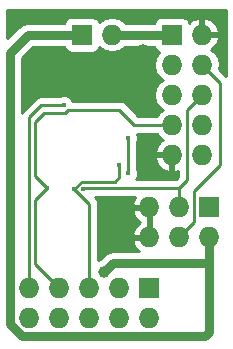
<source format=gbl>
G04 #@! TF.FileFunction,Copper,L2,Bot,Signal*
%FSLAX46Y46*%
G04 Gerber Fmt 4.6, Leading zero omitted, Abs format (unit mm)*
G04 Created by KiCad (PCBNEW 0.201509061501+6161~29~ubuntu14.04.1-product) date Sam 12 Sep 2015 09:24:29 CEST*
%MOMM*%
G01*
G04 APERTURE LIST*
%ADD10C,0.100000*%
%ADD11R,1.727200X1.727200*%
%ADD12O,1.727200X1.727200*%
%ADD13C,1.000000*%
%ADD14C,0.400000*%
%ADD15C,0.750000*%
%ADD16C,0.250000*%
%ADD17C,0.254000*%
G04 APERTURE END LIST*
D10*
D11*
X111760000Y-124333000D03*
D12*
X111760000Y-126873000D03*
X109220000Y-124333000D03*
X109220000Y-126873000D03*
X106680000Y-124333000D03*
X106680000Y-126873000D03*
X104140000Y-124333000D03*
X104140000Y-126873000D03*
X101600000Y-124333000D03*
X101600000Y-126873000D03*
D11*
X106045000Y-102870000D03*
D12*
X108585000Y-102870000D03*
D11*
X113665000Y-102870000D03*
D12*
X116205000Y-102870000D03*
X113665000Y-105410000D03*
X116205000Y-105410000D03*
X113665000Y-107950000D03*
X116205000Y-107950000D03*
X113665000Y-110490000D03*
X116205000Y-110490000D03*
X113665000Y-113030000D03*
X116205000Y-113030000D03*
D11*
X116840000Y-117475000D03*
D12*
X116840000Y-120015000D03*
X114300000Y-117475000D03*
X114300000Y-120015000D03*
X111760000Y-117475000D03*
X111760000Y-120015000D03*
D13*
X107950000Y-122936000D03*
X110744000Y-105537000D03*
X111252000Y-104140000D03*
D14*
X109982000Y-114554000D03*
X109982000Y-111633000D03*
X103124000Y-115824000D03*
X109220000Y-113919000D03*
X105410000Y-115951000D03*
X104521000Y-108839000D03*
X106172000Y-115951000D03*
D15*
X108712000Y-122174000D02*
X116840000Y-122174000D01*
X107950000Y-122936000D02*
X108712000Y-122174000D01*
X116840000Y-120015000D02*
X116840000Y-122174000D01*
X116840000Y-122174000D02*
X116840000Y-128016000D01*
X99949000Y-111379000D02*
X99949000Y-104394000D01*
X99949000Y-104394000D02*
X101473000Y-102870000D01*
X101473000Y-102870000D02*
X106045000Y-102870000D01*
X99949000Y-119634000D02*
X99949000Y-111379000D01*
X99949000Y-127381000D02*
X99949000Y-119634000D01*
X100965000Y-128397000D02*
X99949000Y-127381000D01*
X116459000Y-128397000D02*
X100965000Y-128397000D01*
X116840000Y-128016000D02*
X116459000Y-128397000D01*
X113665000Y-102870000D02*
X108585000Y-102870000D01*
D16*
X109982000Y-114554000D02*
X109982000Y-111633000D01*
X104140000Y-124333000D02*
X102108000Y-122301000D01*
X102108000Y-116840000D02*
X103124000Y-115824000D01*
X102108000Y-122301000D02*
X102108000Y-116840000D01*
X113665000Y-110490000D02*
X110998000Y-110490000D01*
X102108000Y-114808000D02*
X103124000Y-115824000D01*
X102108000Y-110236000D02*
X102108000Y-114808000D01*
X102870000Y-109474000D02*
X102108000Y-110236000D01*
X103378000Y-109474000D02*
X102870000Y-109474000D01*
X103632000Y-109474000D02*
X103378000Y-109474000D01*
X104648000Y-109474000D02*
X103632000Y-109474000D01*
X104902000Y-109220000D02*
X104648000Y-109474000D01*
X109220000Y-109220000D02*
X104902000Y-109220000D01*
X110490000Y-110490000D02*
X109220000Y-109220000D01*
X110744000Y-110490000D02*
X110490000Y-110490000D01*
X110998000Y-110490000D02*
X110744000Y-110490000D01*
X106045000Y-115316000D02*
X105410000Y-115951000D01*
X108839000Y-115316000D02*
X106045000Y-115316000D01*
X109220000Y-114935000D02*
X108839000Y-115316000D01*
X109220000Y-113919000D02*
X109220000Y-114935000D01*
X106680000Y-124333000D02*
X106680000Y-117221000D01*
X106680000Y-117221000D02*
X105410000Y-115951000D01*
X101600000Y-124333000D02*
X101600000Y-109855000D01*
X104521000Y-108839000D02*
X102616000Y-108839000D01*
X102616000Y-108839000D02*
X101600000Y-109855000D01*
X106299000Y-115824000D02*
X114300000Y-115824000D01*
X106172000Y-115951000D02*
X106299000Y-115824000D01*
X116205000Y-107950000D02*
X114935000Y-109220000D01*
X114935000Y-109220000D02*
X114935000Y-115189000D01*
X114935000Y-115189000D02*
X114300000Y-115824000D01*
X114300000Y-115824000D02*
X114300000Y-117475000D01*
X114300000Y-120015000D02*
X115570000Y-118745000D01*
X117729000Y-106934000D02*
X116205000Y-105410000D01*
X117729000Y-113919000D02*
X117729000Y-106934000D01*
X115570000Y-116078000D02*
X117729000Y-113919000D01*
X115570000Y-118745000D02*
X115570000Y-116078000D01*
D17*
G36*
X101727000Y-126746000D02*
X101747000Y-126746000D01*
X101747000Y-127000000D01*
X101727000Y-127000000D01*
X101727000Y-127020000D01*
X101473000Y-127020000D01*
X101473000Y-127000000D01*
X101453000Y-127000000D01*
X101453000Y-126746000D01*
X101473000Y-126746000D01*
X101473000Y-126726000D01*
X101727000Y-126726000D01*
X101727000Y-126746000D01*
X101727000Y-126746000D01*
G37*
X101727000Y-126746000D02*
X101747000Y-126746000D01*
X101747000Y-127000000D01*
X101727000Y-127000000D01*
X101727000Y-127020000D01*
X101473000Y-127020000D01*
X101473000Y-127000000D01*
X101453000Y-127000000D01*
X101453000Y-126746000D01*
X101473000Y-126746000D01*
X101473000Y-126726000D01*
X101727000Y-126726000D01*
X101727000Y-126746000D01*
G36*
X110553179Y-116586510D02*
X110305032Y-117115973D01*
X110425531Y-117348000D01*
X111633000Y-117348000D01*
X111633000Y-117328000D01*
X111887000Y-117328000D01*
X111887000Y-117348000D01*
X111907000Y-117348000D01*
X111907000Y-117602000D01*
X111887000Y-117602000D01*
X111887000Y-119888000D01*
X111907000Y-119888000D01*
X111907000Y-120142000D01*
X111887000Y-120142000D01*
X111887000Y-120162000D01*
X111633000Y-120162000D01*
X111633000Y-120142000D01*
X110425531Y-120142000D01*
X110305032Y-120374027D01*
X110553179Y-120903490D01*
X110838588Y-121164000D01*
X108712000Y-121164000D01*
X108325490Y-121240882D01*
X107997822Y-121459822D01*
X107608689Y-121848955D01*
X107440000Y-121918656D01*
X107440000Y-117834027D01*
X110305032Y-117834027D01*
X110553179Y-118363490D01*
X110971152Y-118745000D01*
X110553179Y-119126510D01*
X110305032Y-119655973D01*
X110425531Y-119888000D01*
X111633000Y-119888000D01*
X111633000Y-117602000D01*
X110425531Y-117602000D01*
X110305032Y-117834027D01*
X107440000Y-117834027D01*
X107440000Y-117221000D01*
X107382148Y-116930161D01*
X107382148Y-116930160D01*
X107217401Y-116683599D01*
X107117802Y-116584000D01*
X110555929Y-116584000D01*
X110553179Y-116586510D01*
X110553179Y-116586510D01*
G37*
X110553179Y-116586510D02*
X110305032Y-117115973D01*
X110425531Y-117348000D01*
X111633000Y-117348000D01*
X111633000Y-117328000D01*
X111887000Y-117328000D01*
X111887000Y-117348000D01*
X111907000Y-117348000D01*
X111907000Y-117602000D01*
X111887000Y-117602000D01*
X111887000Y-119888000D01*
X111907000Y-119888000D01*
X111907000Y-120142000D01*
X111887000Y-120142000D01*
X111887000Y-120162000D01*
X111633000Y-120162000D01*
X111633000Y-120142000D01*
X110425531Y-120142000D01*
X110305032Y-120374027D01*
X110553179Y-120903490D01*
X110838588Y-121164000D01*
X108712000Y-121164000D01*
X108325490Y-121240882D01*
X107997822Y-121459822D01*
X107608689Y-121848955D01*
X107440000Y-121918656D01*
X107440000Y-117834027D01*
X110305032Y-117834027D01*
X110553179Y-118363490D01*
X110971152Y-118745000D01*
X110553179Y-119126510D01*
X110305032Y-119655973D01*
X110425531Y-119888000D01*
X111633000Y-119888000D01*
X111633000Y-117602000D01*
X110425531Y-117602000D01*
X110305032Y-117834027D01*
X107440000Y-117834027D01*
X107440000Y-117221000D01*
X107382148Y-116930161D01*
X107382148Y-116930160D01*
X107217401Y-116683599D01*
X107117802Y-116584000D01*
X110555929Y-116584000D01*
X110553179Y-116586510D01*
G36*
X112575971Y-111549670D02*
X112899228Y-111765664D01*
X112776510Y-111823179D01*
X112382312Y-112255053D01*
X112210042Y-112670974D01*
X112331183Y-112903000D01*
X113538000Y-112903000D01*
X113538000Y-112883000D01*
X113792000Y-112883000D01*
X113792000Y-112903000D01*
X113812000Y-112903000D01*
X113812000Y-113157000D01*
X113792000Y-113157000D01*
X113792000Y-114364469D01*
X114024027Y-114484968D01*
X114175000Y-114414210D01*
X114175000Y-114874198D01*
X113985198Y-115064000D01*
X110653010Y-115064000D01*
X110689466Y-115027607D01*
X110816855Y-114720821D01*
X110817145Y-114388637D01*
X110742000Y-114206771D01*
X110742000Y-113389026D01*
X112210042Y-113389026D01*
X112382312Y-113804947D01*
X112776510Y-114236821D01*
X113305973Y-114484968D01*
X113538000Y-114364469D01*
X113538000Y-113157000D01*
X112331183Y-113157000D01*
X112210042Y-113389026D01*
X110742000Y-113389026D01*
X110742000Y-111980091D01*
X110816855Y-111799821D01*
X110817145Y-111467637D01*
X110727220Y-111250000D01*
X112375738Y-111250000D01*
X112575971Y-111549670D01*
X112575971Y-111549670D01*
G37*
X112575971Y-111549670D02*
X112899228Y-111765664D01*
X112776510Y-111823179D01*
X112382312Y-112255053D01*
X112210042Y-112670974D01*
X112331183Y-112903000D01*
X113538000Y-112903000D01*
X113538000Y-112883000D01*
X113792000Y-112883000D01*
X113792000Y-112903000D01*
X113812000Y-112903000D01*
X113812000Y-113157000D01*
X113792000Y-113157000D01*
X113792000Y-114364469D01*
X114024027Y-114484968D01*
X114175000Y-114414210D01*
X114175000Y-114874198D01*
X113985198Y-115064000D01*
X110653010Y-115064000D01*
X110689466Y-115027607D01*
X110816855Y-114720821D01*
X110817145Y-114388637D01*
X110742000Y-114206771D01*
X110742000Y-113389026D01*
X112210042Y-113389026D01*
X112382312Y-113804947D01*
X112776510Y-114236821D01*
X113305973Y-114484968D01*
X113538000Y-114364469D01*
X113538000Y-113157000D01*
X112331183Y-113157000D01*
X112210042Y-113389026D01*
X110742000Y-113389026D01*
X110742000Y-111980091D01*
X110816855Y-111799821D01*
X110817145Y-111467637D01*
X110727220Y-111250000D01*
X112375738Y-111250000D01*
X112575971Y-111549670D01*
G36*
X104578238Y-103968917D02*
X104717310Y-104185041D01*
X104929510Y-104330031D01*
X105181400Y-104381040D01*
X106908600Y-104381040D01*
X107143917Y-104336762D01*
X107360041Y-104197690D01*
X107505031Y-103985490D01*
X107513908Y-103941655D01*
X107982152Y-104254526D01*
X108555641Y-104368600D01*
X108614359Y-104368600D01*
X109187848Y-104254526D01*
X109674029Y-103929670D01*
X109707217Y-103880000D01*
X112181507Y-103880000D01*
X112198238Y-103968917D01*
X112337310Y-104185041D01*
X112549510Y-104330031D01*
X112593131Y-104338864D01*
X112575971Y-104350330D01*
X112251115Y-104836511D01*
X112137041Y-105410000D01*
X112251115Y-105983489D01*
X112575971Y-106469670D01*
X112890752Y-106680000D01*
X112575971Y-106890330D01*
X112251115Y-107376511D01*
X112137041Y-107950000D01*
X112251115Y-108523489D01*
X112575971Y-109009670D01*
X112890752Y-109220000D01*
X112575971Y-109430330D01*
X112375738Y-109730000D01*
X110804802Y-109730000D01*
X109757401Y-108682599D01*
X109510839Y-108517852D01*
X109220000Y-108460000D01*
X105267872Y-108460000D01*
X105229292Y-108366628D01*
X104994607Y-108131534D01*
X104687821Y-108004145D01*
X104355637Y-108003855D01*
X104173771Y-108079000D01*
X102616000Y-108079000D01*
X102325161Y-108136852D01*
X102078599Y-108301599D01*
X101062599Y-109317599D01*
X100959000Y-109472646D01*
X100959000Y-104812356D01*
X101891356Y-103880000D01*
X104561507Y-103880000D01*
X104578238Y-103968917D01*
X104578238Y-103968917D01*
G37*
X104578238Y-103968917D02*
X104717310Y-104185041D01*
X104929510Y-104330031D01*
X105181400Y-104381040D01*
X106908600Y-104381040D01*
X107143917Y-104336762D01*
X107360041Y-104197690D01*
X107505031Y-103985490D01*
X107513908Y-103941655D01*
X107982152Y-104254526D01*
X108555641Y-104368600D01*
X108614359Y-104368600D01*
X109187848Y-104254526D01*
X109674029Y-103929670D01*
X109707217Y-103880000D01*
X112181507Y-103880000D01*
X112198238Y-103968917D01*
X112337310Y-104185041D01*
X112549510Y-104330031D01*
X112593131Y-104338864D01*
X112575971Y-104350330D01*
X112251115Y-104836511D01*
X112137041Y-105410000D01*
X112251115Y-105983489D01*
X112575971Y-106469670D01*
X112890752Y-106680000D01*
X112575971Y-106890330D01*
X112251115Y-107376511D01*
X112137041Y-107950000D01*
X112251115Y-108523489D01*
X112575971Y-109009670D01*
X112890752Y-109220000D01*
X112575971Y-109430330D01*
X112375738Y-109730000D01*
X110804802Y-109730000D01*
X109757401Y-108682599D01*
X109510839Y-108517852D01*
X109220000Y-108460000D01*
X105267872Y-108460000D01*
X105229292Y-108366628D01*
X104994607Y-108131534D01*
X104687821Y-108004145D01*
X104355637Y-108003855D01*
X104173771Y-108079000D01*
X102616000Y-108079000D01*
X102325161Y-108136852D01*
X102078599Y-108301599D01*
X101062599Y-109317599D01*
X100959000Y-109472646D01*
X100959000Y-104812356D01*
X101891356Y-103880000D01*
X104561507Y-103880000D01*
X104578238Y-103968917D01*
G36*
X118265000Y-106395198D02*
X117657775Y-105787973D01*
X117732959Y-105410000D01*
X117618885Y-104836511D01*
X117294029Y-104350330D01*
X116970772Y-104134336D01*
X117093490Y-104076821D01*
X117487688Y-103644947D01*
X117659958Y-103229026D01*
X117538817Y-102997000D01*
X116332000Y-102997000D01*
X116332000Y-103017000D01*
X116078000Y-103017000D01*
X116078000Y-102997000D01*
X116058000Y-102997000D01*
X116058000Y-102743000D01*
X116078000Y-102743000D01*
X116078000Y-101535531D01*
X116332000Y-101535531D01*
X116332000Y-102743000D01*
X117538817Y-102743000D01*
X117659958Y-102510974D01*
X117487688Y-102095053D01*
X117093490Y-101663179D01*
X116564027Y-101415032D01*
X116332000Y-101535531D01*
X116078000Y-101535531D01*
X115845973Y-101415032D01*
X115316510Y-101663179D01*
X115146505Y-101849433D01*
X115131762Y-101771083D01*
X114992690Y-101554959D01*
X114780490Y-101409969D01*
X114528600Y-101358960D01*
X112801400Y-101358960D01*
X112566083Y-101403238D01*
X112349959Y-101542310D01*
X112204969Y-101754510D01*
X112183607Y-101860000D01*
X109707217Y-101860000D01*
X109674029Y-101810330D01*
X109187848Y-101485474D01*
X108614359Y-101371400D01*
X108555641Y-101371400D01*
X107982152Y-101485474D01*
X107516558Y-101796574D01*
X107511762Y-101771083D01*
X107372690Y-101554959D01*
X107160490Y-101409969D01*
X106908600Y-101358960D01*
X105181400Y-101358960D01*
X104946083Y-101403238D01*
X104729959Y-101542310D01*
X104584969Y-101754510D01*
X104563607Y-101860000D01*
X101473000Y-101860000D01*
X101086489Y-101936882D01*
X100758822Y-102155822D01*
X99735000Y-103179644D01*
X99735000Y-100735000D01*
X118265000Y-100735000D01*
X118265000Y-106395198D01*
X118265000Y-106395198D01*
G37*
X118265000Y-106395198D02*
X117657775Y-105787973D01*
X117732959Y-105410000D01*
X117618885Y-104836511D01*
X117294029Y-104350330D01*
X116970772Y-104134336D01*
X117093490Y-104076821D01*
X117487688Y-103644947D01*
X117659958Y-103229026D01*
X117538817Y-102997000D01*
X116332000Y-102997000D01*
X116332000Y-103017000D01*
X116078000Y-103017000D01*
X116078000Y-102997000D01*
X116058000Y-102997000D01*
X116058000Y-102743000D01*
X116078000Y-102743000D01*
X116078000Y-101535531D01*
X116332000Y-101535531D01*
X116332000Y-102743000D01*
X117538817Y-102743000D01*
X117659958Y-102510974D01*
X117487688Y-102095053D01*
X117093490Y-101663179D01*
X116564027Y-101415032D01*
X116332000Y-101535531D01*
X116078000Y-101535531D01*
X115845973Y-101415032D01*
X115316510Y-101663179D01*
X115146505Y-101849433D01*
X115131762Y-101771083D01*
X114992690Y-101554959D01*
X114780490Y-101409969D01*
X114528600Y-101358960D01*
X112801400Y-101358960D01*
X112566083Y-101403238D01*
X112349959Y-101542310D01*
X112204969Y-101754510D01*
X112183607Y-101860000D01*
X109707217Y-101860000D01*
X109674029Y-101810330D01*
X109187848Y-101485474D01*
X108614359Y-101371400D01*
X108555641Y-101371400D01*
X107982152Y-101485474D01*
X107516558Y-101796574D01*
X107511762Y-101771083D01*
X107372690Y-101554959D01*
X107160490Y-101409969D01*
X106908600Y-101358960D01*
X105181400Y-101358960D01*
X104946083Y-101403238D01*
X104729959Y-101542310D01*
X104584969Y-101754510D01*
X104563607Y-101860000D01*
X101473000Y-101860000D01*
X101086489Y-101936882D01*
X100758822Y-102155822D01*
X99735000Y-103179644D01*
X99735000Y-100735000D01*
X118265000Y-100735000D01*
X118265000Y-106395198D01*
M02*

</source>
